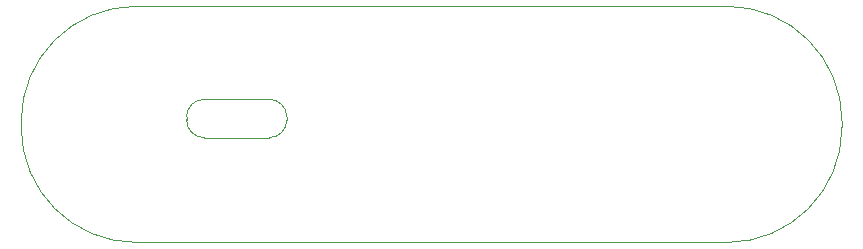
<source format=gbr>
%TF.GenerationSoftware,KiCad,Pcbnew,7.0.5*%
%TF.CreationDate,2023-07-30T14:01:54+02:00*%
%TF.ProjectId,Teensy_TNC_Fronten_back,5465656e-7379-45f5-944e-435f46726f6e,rev?*%
%TF.SameCoordinates,Original*%
%TF.FileFunction,Profile,NP*%
%FSLAX46Y46*%
G04 Gerber Fmt 4.6, Leading zero omitted, Abs format (unit mm)*
G04 Created by KiCad (PCBNEW 7.0.5) date 2023-07-30 14:01:54*
%MOMM*%
%LPD*%
G01*
G04 APERTURE LIST*
%TA.AperFunction,Profile*%
%ADD10C,0.100000*%
%TD*%
G04 APERTURE END LIST*
D10*
X15500000Y12125000D02*
X21000000Y12125000D01*
X59750000Y0D02*
G75*
G03*
X69500000Y9750000I0J9750000D01*
G01*
X21000000Y8875000D02*
G75*
G03*
X22500000Y10375000I0J1500000D01*
G01*
X15500000Y8875000D02*
X21000000Y8875000D01*
X14000000Y10375000D02*
G75*
G03*
X15500000Y8875000I1500000J0D01*
G01*
X15500000Y12125000D02*
G75*
G03*
X14000000Y10625000I0J-1500000D01*
G01*
X69500000Y10250000D02*
X69500000Y9750000D01*
X22500000Y10625000D02*
G75*
G03*
X21000000Y12125000I-1500000J0D01*
G01*
X0Y9750000D02*
G75*
G03*
X9750000Y0I9750000J0D01*
G01*
X22500000Y10625000D02*
X22500000Y10375000D01*
X9750000Y20000000D02*
G75*
G03*
X0Y10250000I0J-9750000D01*
G01*
X69500000Y10250000D02*
G75*
G03*
X59750000Y20000000I-9750000J0D01*
G01*
X9750000Y0D02*
X59750000Y0D01*
X0Y10250000D02*
X0Y9750000D01*
X14000000Y10625000D02*
X14000000Y10375000D01*
X9750000Y20000000D02*
X59750000Y20000000D01*
M02*

</source>
